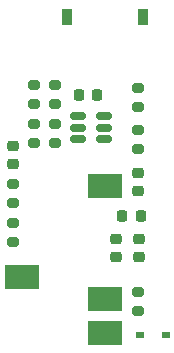
<source format=gbr>
%TF.GenerationSoftware,KiCad,Pcbnew,8.0.6*%
%TF.CreationDate,2025-12-05T01:10:29-07:00*%
%TF.ProjectId,pt_thrifty,70745f74-6872-4696-9674-792e6b696361,rev?*%
%TF.SameCoordinates,Original*%
%TF.FileFunction,Paste,Top*%
%TF.FilePolarity,Positive*%
%FSLAX46Y46*%
G04 Gerber Fmt 4.6, Leading zero omitted, Abs format (unit mm)*
G04 Created by KiCad (PCBNEW 8.0.6) date 2025-12-05 01:10:29*
%MOMM*%
%LPD*%
G01*
G04 APERTURE LIST*
G04 Aperture macros list*
%AMRoundRect*
0 Rectangle with rounded corners*
0 $1 Rounding radius*
0 $2 $3 $4 $5 $6 $7 $8 $9 X,Y pos of 4 corners*
0 Add a 4 corners polygon primitive as box body*
4,1,4,$2,$3,$4,$5,$6,$7,$8,$9,$2,$3,0*
0 Add four circle primitives for the rounded corners*
1,1,$1+$1,$2,$3*
1,1,$1+$1,$4,$5*
1,1,$1+$1,$6,$7*
1,1,$1+$1,$8,$9*
0 Add four rect primitives between the rounded corners*
20,1,$1+$1,$2,$3,$4,$5,0*
20,1,$1+$1,$4,$5,$6,$7,0*
20,1,$1+$1,$6,$7,$8,$9,0*
20,1,$1+$1,$8,$9,$2,$3,0*%
G04 Aperture macros list end*
%ADD10RoundRect,0.225000X0.250000X-0.225000X0.250000X0.225000X-0.250000X0.225000X-0.250000X-0.225000X0*%
%ADD11RoundRect,0.200000X-0.275000X0.200000X-0.275000X-0.200000X0.275000X-0.200000X0.275000X0.200000X0*%
%ADD12RoundRect,0.200000X0.275000X-0.200000X0.275000X0.200000X-0.275000X0.200000X-0.275000X-0.200000X0*%
%ADD13RoundRect,0.225000X-0.225000X-0.250000X0.225000X-0.250000X0.225000X0.250000X-0.225000X0.250000X0*%
%ADD14R,3.000000X2.000000*%
%ADD15R,0.660400X0.609600*%
%ADD16R,0.889000X1.397000*%
%ADD17RoundRect,0.150000X0.512500X0.150000X-0.512500X0.150000X-0.512500X-0.150000X0.512500X-0.150000X0*%
G04 APERTURE END LIST*
D10*
%TO.C,C6*%
X145034000Y-92723000D03*
X145034000Y-91173000D03*
%TD*%
D11*
%TO.C,R8*%
X134366000Y-86551000D03*
X134366000Y-88201000D03*
%TD*%
D10*
%TO.C,C4*%
X134366000Y-84849000D03*
X134366000Y-83299000D03*
%TD*%
D12*
%TO.C,R1*%
X136144000Y-83121000D03*
X136144000Y-81471000D03*
%TD*%
D13*
%TO.C,C5*%
X143624000Y-89281000D03*
X145174000Y-89281000D03*
%TD*%
D10*
%TO.C,C1*%
X144970500Y-87135000D03*
X144970500Y-85585000D03*
%TD*%
D14*
%TO.C,J3*%
X142120500Y-99150000D03*
X142120500Y-86750000D03*
X135120500Y-94450000D03*
X142120500Y-96250000D03*
%TD*%
D15*
%TO.C,LED1*%
X145161000Y-99314000D03*
X147320000Y-99314000D03*
%TD*%
D10*
%TO.C,C2*%
X143129000Y-92723000D03*
X143129000Y-91173000D03*
%TD*%
D12*
%TO.C,R3*%
X137922000Y-83121000D03*
X137922000Y-81471000D03*
%TD*%
D11*
%TO.C,R6*%
X144970500Y-81979000D03*
X144970500Y-83629000D03*
%TD*%
%TO.C,R7*%
X144970500Y-95695000D03*
X144970500Y-97345000D03*
%TD*%
%TO.C,R5*%
X144970500Y-78423000D03*
X144970500Y-80073000D03*
%TD*%
D13*
%TO.C,C3*%
X139941000Y-78994000D03*
X141491000Y-78994000D03*
%TD*%
D16*
%TO.C,SW1*%
X138914998Y-72390000D03*
X145415000Y-72390000D03*
%TD*%
D12*
%TO.C,R2*%
X136144000Y-79819000D03*
X136144000Y-78169000D03*
%TD*%
D11*
%TO.C,R9*%
X134366000Y-89853000D03*
X134366000Y-91503000D03*
%TD*%
D12*
%TO.C,R4*%
X137922000Y-79819000D03*
X137922000Y-78169000D03*
%TD*%
D17*
%TO.C,U2*%
X142113000Y-82738000D03*
X142113000Y-81788000D03*
X142113000Y-80838000D03*
X139838000Y-80838000D03*
X139838000Y-81788000D03*
X139838000Y-82738000D03*
%TD*%
M02*

</source>
